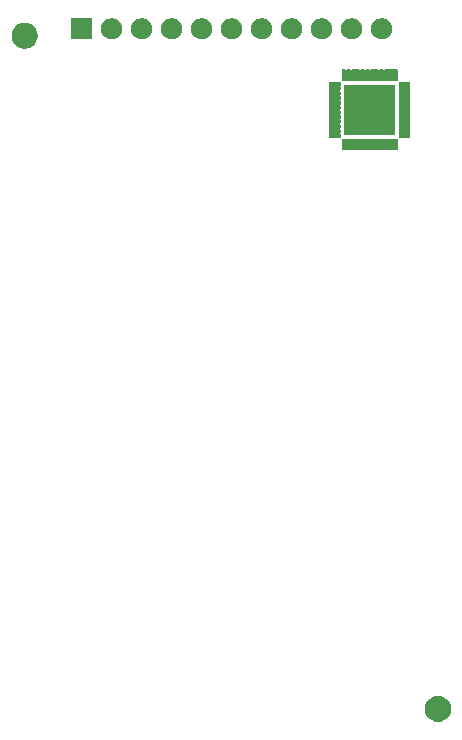
<source format=gts>
G04 #@! TF.GenerationSoftware,KiCad,Pcbnew,(5.1.5)-3*
G04 #@! TF.CreationDate,2020-02-15T19:10:21-08:00*
G04 #@! TF.ProjectId,IS31FL3733-dev,49533331-464c-4333-9733-332d6465762e,0.1*
G04 #@! TF.SameCoordinates,Original*
G04 #@! TF.FileFunction,Soldermask,Top*
G04 #@! TF.FilePolarity,Negative*
%FSLAX46Y46*%
G04 Gerber Fmt 4.6, Leading zero omitted, Abs format (unit mm)*
G04 Created by KiCad (PCBNEW (5.1.5)-3) date 2020-02-15 19:10:21*
%MOMM*%
%LPD*%
G04 APERTURE LIST*
%ADD10C,0.100000*%
G04 APERTURE END LIST*
D10*
G36*
X166694795Y-125720156D02*
G01*
X166801150Y-125741311D01*
X166901334Y-125782809D01*
X167001520Y-125824307D01*
X167181844Y-125944795D01*
X167335205Y-126098156D01*
X167455693Y-126278480D01*
X167538689Y-126478851D01*
X167581000Y-126691560D01*
X167581000Y-126908440D01*
X167538689Y-127121149D01*
X167455693Y-127321520D01*
X167335205Y-127501844D01*
X167181844Y-127655205D01*
X167001520Y-127775693D01*
X166801150Y-127858689D01*
X166694794Y-127879845D01*
X166588440Y-127901000D01*
X166371560Y-127901000D01*
X166265206Y-127879845D01*
X166158850Y-127858689D01*
X165958480Y-127775693D01*
X165778156Y-127655205D01*
X165624795Y-127501844D01*
X165504307Y-127321520D01*
X165421311Y-127121149D01*
X165379000Y-126908440D01*
X165379000Y-126691560D01*
X165421311Y-126478851D01*
X165504307Y-126278480D01*
X165624795Y-126098156D01*
X165778156Y-125944795D01*
X165958480Y-125824307D01*
X166058666Y-125782809D01*
X166158850Y-125741311D01*
X166265205Y-125720156D01*
X166371560Y-125699000D01*
X166588440Y-125699000D01*
X166694795Y-125720156D01*
G37*
G36*
X158640416Y-78574843D02*
G01*
X158644556Y-78576099D01*
X158663716Y-78584035D01*
X158687750Y-78588815D01*
X158712254Y-78588815D01*
X158736287Y-78584034D01*
X158755445Y-78576099D01*
X158759584Y-78574843D01*
X158768143Y-78574000D01*
X159031857Y-78574000D01*
X159040416Y-78574843D01*
X159044556Y-78576099D01*
X159063716Y-78584035D01*
X159087750Y-78588815D01*
X159112254Y-78588815D01*
X159136287Y-78584034D01*
X159155445Y-78576099D01*
X159159584Y-78574843D01*
X159168143Y-78574000D01*
X159431857Y-78574000D01*
X159440416Y-78574843D01*
X159444556Y-78576099D01*
X159463716Y-78584035D01*
X159487750Y-78588815D01*
X159512254Y-78588815D01*
X159536287Y-78584034D01*
X159555445Y-78576099D01*
X159559584Y-78574843D01*
X159568143Y-78574000D01*
X159831857Y-78574000D01*
X159840416Y-78574843D01*
X159844556Y-78576099D01*
X159863716Y-78584035D01*
X159887750Y-78588815D01*
X159912254Y-78588815D01*
X159936287Y-78584034D01*
X159955445Y-78576099D01*
X159959584Y-78574843D01*
X159968143Y-78574000D01*
X160231857Y-78574000D01*
X160240416Y-78574843D01*
X160244556Y-78576099D01*
X160263716Y-78584035D01*
X160287750Y-78588815D01*
X160312254Y-78588815D01*
X160336287Y-78584034D01*
X160355445Y-78576099D01*
X160359584Y-78574843D01*
X160368143Y-78574000D01*
X160631857Y-78574000D01*
X160640416Y-78574843D01*
X160644556Y-78576099D01*
X160663716Y-78584035D01*
X160687750Y-78588815D01*
X160712254Y-78588815D01*
X160736287Y-78584034D01*
X160755445Y-78576099D01*
X160759584Y-78574843D01*
X160768143Y-78574000D01*
X161031857Y-78574000D01*
X161040416Y-78574843D01*
X161044556Y-78576099D01*
X161063716Y-78584035D01*
X161087750Y-78588815D01*
X161112254Y-78588815D01*
X161136287Y-78584034D01*
X161155445Y-78576099D01*
X161159584Y-78574843D01*
X161168143Y-78574000D01*
X161431857Y-78574000D01*
X161440416Y-78574843D01*
X161444556Y-78576099D01*
X161463716Y-78584035D01*
X161487750Y-78588815D01*
X161512254Y-78588815D01*
X161536287Y-78584034D01*
X161555445Y-78576099D01*
X161559584Y-78574843D01*
X161568143Y-78574000D01*
X161831857Y-78574000D01*
X161840416Y-78574843D01*
X161844556Y-78576099D01*
X161863716Y-78584035D01*
X161887750Y-78588815D01*
X161912254Y-78588815D01*
X161936287Y-78584034D01*
X161955445Y-78576099D01*
X161959584Y-78574843D01*
X161968143Y-78574000D01*
X162231857Y-78574000D01*
X162240416Y-78574843D01*
X162244556Y-78576099D01*
X162263716Y-78584035D01*
X162287750Y-78588815D01*
X162312254Y-78588815D01*
X162336287Y-78584034D01*
X162355445Y-78576099D01*
X162359584Y-78574843D01*
X162368143Y-78574000D01*
X162631857Y-78574000D01*
X162640416Y-78574843D01*
X162644556Y-78576099D01*
X162663716Y-78584035D01*
X162687750Y-78588815D01*
X162712254Y-78588815D01*
X162736287Y-78584034D01*
X162755445Y-78576099D01*
X162759584Y-78574843D01*
X162768143Y-78574000D01*
X163031859Y-78574000D01*
X163037950Y-78574600D01*
X163050400Y-78574600D01*
X163050400Y-78587050D01*
X163051000Y-78593141D01*
X163051000Y-79506857D01*
X163050157Y-79515416D01*
X163049450Y-79517745D01*
X163048305Y-79519887D01*
X163046765Y-79521765D01*
X163044887Y-79523305D01*
X163042745Y-79524450D01*
X163040416Y-79525157D01*
X163031857Y-79526000D01*
X162768143Y-79526000D01*
X162759584Y-79525157D01*
X162755444Y-79523901D01*
X162736284Y-79515965D01*
X162712250Y-79511185D01*
X162687746Y-79511185D01*
X162663713Y-79515966D01*
X162644555Y-79523901D01*
X162640416Y-79525157D01*
X162631857Y-79526000D01*
X162368143Y-79526000D01*
X162359584Y-79525157D01*
X162355444Y-79523901D01*
X162336284Y-79515965D01*
X162312250Y-79511185D01*
X162287746Y-79511185D01*
X162263713Y-79515966D01*
X162244555Y-79523901D01*
X162240416Y-79525157D01*
X162231857Y-79526000D01*
X161968143Y-79526000D01*
X161959584Y-79525157D01*
X161955444Y-79523901D01*
X161936284Y-79515965D01*
X161912250Y-79511185D01*
X161887746Y-79511185D01*
X161863713Y-79515966D01*
X161844555Y-79523901D01*
X161840416Y-79525157D01*
X161831857Y-79526000D01*
X161568143Y-79526000D01*
X161559584Y-79525157D01*
X161555444Y-79523901D01*
X161536284Y-79515965D01*
X161512250Y-79511185D01*
X161487746Y-79511185D01*
X161463713Y-79515966D01*
X161444555Y-79523901D01*
X161440416Y-79525157D01*
X161431857Y-79526000D01*
X161168143Y-79526000D01*
X161159584Y-79525157D01*
X161155444Y-79523901D01*
X161136284Y-79515965D01*
X161112250Y-79511185D01*
X161087746Y-79511185D01*
X161063713Y-79515966D01*
X161044555Y-79523901D01*
X161040416Y-79525157D01*
X161031857Y-79526000D01*
X160768143Y-79526000D01*
X160759584Y-79525157D01*
X160755444Y-79523901D01*
X160736284Y-79515965D01*
X160712250Y-79511185D01*
X160687746Y-79511185D01*
X160663713Y-79515966D01*
X160644555Y-79523901D01*
X160640416Y-79525157D01*
X160631857Y-79526000D01*
X160368143Y-79526000D01*
X160359584Y-79525157D01*
X160355444Y-79523901D01*
X160336284Y-79515965D01*
X160312250Y-79511185D01*
X160287746Y-79511185D01*
X160263713Y-79515966D01*
X160244555Y-79523901D01*
X160240416Y-79525157D01*
X160231857Y-79526000D01*
X159968143Y-79526000D01*
X159959584Y-79525157D01*
X159955444Y-79523901D01*
X159936284Y-79515965D01*
X159912250Y-79511185D01*
X159887746Y-79511185D01*
X159863713Y-79515966D01*
X159844555Y-79523901D01*
X159840416Y-79525157D01*
X159831857Y-79526000D01*
X159568143Y-79526000D01*
X159559584Y-79525157D01*
X159555444Y-79523901D01*
X159536284Y-79515965D01*
X159512250Y-79511185D01*
X159487746Y-79511185D01*
X159463713Y-79515966D01*
X159444555Y-79523901D01*
X159440416Y-79525157D01*
X159431857Y-79526000D01*
X159168143Y-79526000D01*
X159159584Y-79525157D01*
X159155444Y-79523901D01*
X159136284Y-79515965D01*
X159112250Y-79511185D01*
X159087746Y-79511185D01*
X159063713Y-79515966D01*
X159044555Y-79523901D01*
X159040416Y-79525157D01*
X159031857Y-79526000D01*
X158768143Y-79526000D01*
X158759584Y-79525157D01*
X158755444Y-79523901D01*
X158736284Y-79515965D01*
X158712250Y-79511185D01*
X158687746Y-79511185D01*
X158663713Y-79515966D01*
X158644555Y-79523901D01*
X158640416Y-79525157D01*
X158631857Y-79526000D01*
X158368143Y-79526000D01*
X158359584Y-79525157D01*
X158357255Y-79524450D01*
X158355113Y-79523305D01*
X158353235Y-79521765D01*
X158351695Y-79519887D01*
X158350550Y-79517745D01*
X158349843Y-79515416D01*
X158349000Y-79506857D01*
X158349000Y-78593141D01*
X158349600Y-78587050D01*
X158349600Y-78574600D01*
X158362050Y-78574600D01*
X158368141Y-78574000D01*
X158631857Y-78574000D01*
X158640416Y-78574843D01*
G37*
G36*
X158212950Y-73749600D02*
G01*
X158225400Y-73749600D01*
X158225400Y-73762050D01*
X158226000Y-73768141D01*
X158226000Y-74031857D01*
X158225157Y-74040416D01*
X158223901Y-74044556D01*
X158215965Y-74063716D01*
X158211185Y-74087750D01*
X158211185Y-74112254D01*
X158215966Y-74136287D01*
X158223901Y-74155445D01*
X158225157Y-74159584D01*
X158226000Y-74168143D01*
X158226000Y-74431857D01*
X158225157Y-74440416D01*
X158223901Y-74444556D01*
X158215965Y-74463716D01*
X158211185Y-74487750D01*
X158211185Y-74512254D01*
X158215966Y-74536287D01*
X158223901Y-74555445D01*
X158225157Y-74559584D01*
X158226000Y-74568143D01*
X158226000Y-74831857D01*
X158225157Y-74840416D01*
X158223901Y-74844556D01*
X158215965Y-74863716D01*
X158211185Y-74887750D01*
X158211185Y-74912254D01*
X158215966Y-74936287D01*
X158223901Y-74955445D01*
X158225157Y-74959584D01*
X158226000Y-74968143D01*
X158226000Y-75231857D01*
X158225157Y-75240416D01*
X158223901Y-75244556D01*
X158215965Y-75263716D01*
X158211185Y-75287750D01*
X158211185Y-75312254D01*
X158215966Y-75336287D01*
X158223901Y-75355445D01*
X158225157Y-75359584D01*
X158226000Y-75368143D01*
X158226000Y-75631857D01*
X158225157Y-75640416D01*
X158223901Y-75644556D01*
X158215965Y-75663716D01*
X158211185Y-75687750D01*
X158211185Y-75712254D01*
X158215966Y-75736287D01*
X158223901Y-75755445D01*
X158225157Y-75759584D01*
X158226000Y-75768143D01*
X158226000Y-76031857D01*
X158225157Y-76040416D01*
X158223901Y-76044556D01*
X158215965Y-76063716D01*
X158211185Y-76087750D01*
X158211185Y-76112254D01*
X158215966Y-76136287D01*
X158223901Y-76155445D01*
X158225157Y-76159584D01*
X158226000Y-76168143D01*
X158226000Y-76431857D01*
X158225157Y-76440416D01*
X158223901Y-76444556D01*
X158215965Y-76463716D01*
X158211185Y-76487750D01*
X158211185Y-76512254D01*
X158215966Y-76536287D01*
X158223901Y-76555445D01*
X158225157Y-76559584D01*
X158226000Y-76568143D01*
X158226000Y-76831857D01*
X158225157Y-76840416D01*
X158223901Y-76844556D01*
X158215965Y-76863716D01*
X158211185Y-76887750D01*
X158211185Y-76912254D01*
X158215966Y-76936287D01*
X158223901Y-76955445D01*
X158225157Y-76959584D01*
X158226000Y-76968143D01*
X158226000Y-77231857D01*
X158225157Y-77240416D01*
X158223901Y-77244556D01*
X158215965Y-77263716D01*
X158211185Y-77287750D01*
X158211185Y-77312254D01*
X158215966Y-77336287D01*
X158223901Y-77355445D01*
X158225157Y-77359584D01*
X158226000Y-77368143D01*
X158226000Y-77631857D01*
X158225157Y-77640416D01*
X158223901Y-77644556D01*
X158215965Y-77663716D01*
X158211185Y-77687750D01*
X158211185Y-77712254D01*
X158215966Y-77736287D01*
X158223901Y-77755445D01*
X158225157Y-77759584D01*
X158226000Y-77768143D01*
X158226000Y-78031857D01*
X158225157Y-78040416D01*
X158223901Y-78044556D01*
X158215965Y-78063716D01*
X158211185Y-78087750D01*
X158211185Y-78112254D01*
X158215966Y-78136287D01*
X158223901Y-78155445D01*
X158225157Y-78159584D01*
X158226000Y-78168143D01*
X158226000Y-78431859D01*
X158225400Y-78437950D01*
X158225400Y-78450400D01*
X158212950Y-78450400D01*
X158206859Y-78451000D01*
X157293143Y-78451000D01*
X157284584Y-78450157D01*
X157282255Y-78449450D01*
X157280113Y-78448305D01*
X157278235Y-78446765D01*
X157276695Y-78444887D01*
X157275550Y-78442745D01*
X157274843Y-78440416D01*
X157274000Y-78431857D01*
X157274000Y-78168143D01*
X157274843Y-78159584D01*
X157276099Y-78155444D01*
X157284035Y-78136284D01*
X157288815Y-78112250D01*
X157288815Y-78087746D01*
X157284034Y-78063713D01*
X157276099Y-78044555D01*
X157274843Y-78040416D01*
X157274000Y-78031857D01*
X157274000Y-77768143D01*
X157274843Y-77759584D01*
X157276099Y-77755444D01*
X157284035Y-77736284D01*
X157288815Y-77712250D01*
X157288815Y-77687746D01*
X157284034Y-77663713D01*
X157276099Y-77644555D01*
X157274843Y-77640416D01*
X157274000Y-77631857D01*
X157274000Y-77368143D01*
X157274843Y-77359584D01*
X157276099Y-77355444D01*
X157284035Y-77336284D01*
X157288815Y-77312250D01*
X157288815Y-77287746D01*
X157284034Y-77263713D01*
X157276099Y-77244555D01*
X157274843Y-77240416D01*
X157274000Y-77231857D01*
X157274000Y-76968143D01*
X157274843Y-76959584D01*
X157276099Y-76955444D01*
X157284035Y-76936284D01*
X157288815Y-76912250D01*
X157288815Y-76887746D01*
X157284034Y-76863713D01*
X157276099Y-76844555D01*
X157274843Y-76840416D01*
X157274000Y-76831857D01*
X157274000Y-76568143D01*
X157274843Y-76559584D01*
X157276099Y-76555444D01*
X157284035Y-76536284D01*
X157288815Y-76512250D01*
X157288815Y-76487746D01*
X157284034Y-76463713D01*
X157276099Y-76444555D01*
X157274843Y-76440416D01*
X157274000Y-76431857D01*
X157274000Y-76168143D01*
X157274843Y-76159584D01*
X157276099Y-76155444D01*
X157284035Y-76136284D01*
X157288815Y-76112250D01*
X157288815Y-76087746D01*
X157284034Y-76063713D01*
X157276099Y-76044555D01*
X157274843Y-76040416D01*
X157274000Y-76031857D01*
X157274000Y-75768143D01*
X157274843Y-75759584D01*
X157276099Y-75755444D01*
X157284035Y-75736284D01*
X157288815Y-75712250D01*
X157288815Y-75687746D01*
X157284034Y-75663713D01*
X157276099Y-75644555D01*
X157274843Y-75640416D01*
X157274000Y-75631857D01*
X157274000Y-75368143D01*
X157274843Y-75359584D01*
X157276099Y-75355444D01*
X157284035Y-75336284D01*
X157288815Y-75312250D01*
X157288815Y-75287746D01*
X157284034Y-75263713D01*
X157276099Y-75244555D01*
X157274843Y-75240416D01*
X157274000Y-75231857D01*
X157274000Y-74968143D01*
X157274843Y-74959584D01*
X157276099Y-74955444D01*
X157284035Y-74936284D01*
X157288815Y-74912250D01*
X157288815Y-74887746D01*
X157284034Y-74863713D01*
X157276099Y-74844555D01*
X157274843Y-74840416D01*
X157274000Y-74831857D01*
X157274000Y-74568143D01*
X157274843Y-74559584D01*
X157276099Y-74555444D01*
X157284035Y-74536284D01*
X157288815Y-74512250D01*
X157288815Y-74487746D01*
X157284034Y-74463713D01*
X157276099Y-74444555D01*
X157274843Y-74440416D01*
X157274000Y-74431857D01*
X157274000Y-74168143D01*
X157274843Y-74159584D01*
X157276099Y-74155444D01*
X157284035Y-74136284D01*
X157288815Y-74112250D01*
X157288815Y-74087746D01*
X157284034Y-74063713D01*
X157276099Y-74044555D01*
X157274843Y-74040416D01*
X157274000Y-74031857D01*
X157274000Y-73768143D01*
X157274843Y-73759584D01*
X157275550Y-73757255D01*
X157276695Y-73755113D01*
X157278235Y-73753235D01*
X157280113Y-73751695D01*
X157282255Y-73750550D01*
X157284584Y-73749843D01*
X157293143Y-73749000D01*
X158206859Y-73749000D01*
X158212950Y-73749600D01*
G37*
G36*
X164115416Y-73749843D02*
G01*
X164117745Y-73750550D01*
X164119887Y-73751695D01*
X164121765Y-73753235D01*
X164123305Y-73755113D01*
X164124450Y-73757255D01*
X164125157Y-73759584D01*
X164126000Y-73768143D01*
X164126000Y-74031857D01*
X164125157Y-74040416D01*
X164123901Y-74044556D01*
X164115965Y-74063716D01*
X164111185Y-74087750D01*
X164111185Y-74112254D01*
X164115966Y-74136287D01*
X164123901Y-74155445D01*
X164125157Y-74159584D01*
X164126000Y-74168143D01*
X164126000Y-74431857D01*
X164125157Y-74440416D01*
X164123901Y-74444556D01*
X164115965Y-74463716D01*
X164111185Y-74487750D01*
X164111185Y-74512254D01*
X164115966Y-74536287D01*
X164123901Y-74555445D01*
X164125157Y-74559584D01*
X164126000Y-74568143D01*
X164126000Y-74831857D01*
X164125157Y-74840416D01*
X164123901Y-74844556D01*
X164115965Y-74863716D01*
X164111185Y-74887750D01*
X164111185Y-74912254D01*
X164115966Y-74936287D01*
X164123901Y-74955445D01*
X164125157Y-74959584D01*
X164126000Y-74968143D01*
X164126000Y-75231857D01*
X164125157Y-75240416D01*
X164123901Y-75244556D01*
X164115965Y-75263716D01*
X164111185Y-75287750D01*
X164111185Y-75312254D01*
X164115966Y-75336287D01*
X164123901Y-75355445D01*
X164125157Y-75359584D01*
X164126000Y-75368143D01*
X164126000Y-75631857D01*
X164125157Y-75640416D01*
X164123901Y-75644556D01*
X164115965Y-75663716D01*
X164111185Y-75687750D01*
X164111185Y-75712254D01*
X164115966Y-75736287D01*
X164123901Y-75755445D01*
X164125157Y-75759584D01*
X164126000Y-75768143D01*
X164126000Y-76031857D01*
X164125157Y-76040416D01*
X164123901Y-76044556D01*
X164115965Y-76063716D01*
X164111185Y-76087750D01*
X164111185Y-76112254D01*
X164115966Y-76136287D01*
X164123901Y-76155445D01*
X164125157Y-76159584D01*
X164126000Y-76168143D01*
X164126000Y-76431857D01*
X164125157Y-76440416D01*
X164123901Y-76444556D01*
X164115965Y-76463716D01*
X164111185Y-76487750D01*
X164111185Y-76512254D01*
X164115966Y-76536287D01*
X164123901Y-76555445D01*
X164125157Y-76559584D01*
X164126000Y-76568143D01*
X164126000Y-76831857D01*
X164125157Y-76840416D01*
X164123901Y-76844556D01*
X164115965Y-76863716D01*
X164111185Y-76887750D01*
X164111185Y-76912254D01*
X164115966Y-76936287D01*
X164123901Y-76955445D01*
X164125157Y-76959584D01*
X164126000Y-76968143D01*
X164126000Y-77231857D01*
X164125157Y-77240416D01*
X164123901Y-77244556D01*
X164115965Y-77263716D01*
X164111185Y-77287750D01*
X164111185Y-77312254D01*
X164115966Y-77336287D01*
X164123901Y-77355445D01*
X164125157Y-77359584D01*
X164126000Y-77368143D01*
X164126000Y-77631857D01*
X164125157Y-77640416D01*
X164123901Y-77644556D01*
X164115965Y-77663716D01*
X164111185Y-77687750D01*
X164111185Y-77712254D01*
X164115966Y-77736287D01*
X164123901Y-77755445D01*
X164125157Y-77759584D01*
X164126000Y-77768143D01*
X164126000Y-78031857D01*
X164125157Y-78040416D01*
X164123901Y-78044556D01*
X164115965Y-78063716D01*
X164111185Y-78087750D01*
X164111185Y-78112254D01*
X164115966Y-78136287D01*
X164123901Y-78155445D01*
X164125157Y-78159584D01*
X164126000Y-78168143D01*
X164126000Y-78431857D01*
X164125157Y-78440416D01*
X164124450Y-78442745D01*
X164123305Y-78444887D01*
X164121765Y-78446765D01*
X164119887Y-78448305D01*
X164117745Y-78449450D01*
X164115416Y-78450157D01*
X164106857Y-78451000D01*
X163193141Y-78451000D01*
X163187050Y-78450400D01*
X163174600Y-78450400D01*
X163174600Y-78437950D01*
X163174000Y-78431859D01*
X163174000Y-78168143D01*
X163174843Y-78159584D01*
X163176099Y-78155444D01*
X163184035Y-78136284D01*
X163188815Y-78112250D01*
X163188815Y-78087746D01*
X163184034Y-78063713D01*
X163176099Y-78044555D01*
X163174843Y-78040416D01*
X163174000Y-78031857D01*
X163174000Y-77768143D01*
X163174843Y-77759584D01*
X163176099Y-77755444D01*
X163184035Y-77736284D01*
X163188815Y-77712250D01*
X163188815Y-77687746D01*
X163184034Y-77663713D01*
X163176099Y-77644555D01*
X163174843Y-77640416D01*
X163174000Y-77631857D01*
X163174000Y-77368143D01*
X163174843Y-77359584D01*
X163176099Y-77355444D01*
X163184035Y-77336284D01*
X163188815Y-77312250D01*
X163188815Y-77287746D01*
X163184034Y-77263713D01*
X163176099Y-77244555D01*
X163174843Y-77240416D01*
X163174000Y-77231857D01*
X163174000Y-76968143D01*
X163174843Y-76959584D01*
X163176099Y-76955444D01*
X163184035Y-76936284D01*
X163188815Y-76912250D01*
X163188815Y-76887746D01*
X163184034Y-76863713D01*
X163176099Y-76844555D01*
X163174843Y-76840416D01*
X163174000Y-76831857D01*
X163174000Y-76568143D01*
X163174843Y-76559584D01*
X163176099Y-76555444D01*
X163184035Y-76536284D01*
X163188815Y-76512250D01*
X163188815Y-76487746D01*
X163184034Y-76463713D01*
X163176099Y-76444555D01*
X163174843Y-76440416D01*
X163174000Y-76431857D01*
X163174000Y-76168143D01*
X163174843Y-76159584D01*
X163176099Y-76155444D01*
X163184035Y-76136284D01*
X163188815Y-76112250D01*
X163188815Y-76087746D01*
X163184034Y-76063713D01*
X163176099Y-76044555D01*
X163174843Y-76040416D01*
X163174000Y-76031857D01*
X163174000Y-75768143D01*
X163174843Y-75759584D01*
X163176099Y-75755444D01*
X163184035Y-75736284D01*
X163188815Y-75712250D01*
X163188815Y-75687746D01*
X163184034Y-75663713D01*
X163176099Y-75644555D01*
X163174843Y-75640416D01*
X163174000Y-75631857D01*
X163174000Y-75368143D01*
X163174843Y-75359584D01*
X163176099Y-75355444D01*
X163184035Y-75336284D01*
X163188815Y-75312250D01*
X163188815Y-75287746D01*
X163184034Y-75263713D01*
X163176099Y-75244555D01*
X163174843Y-75240416D01*
X163174000Y-75231857D01*
X163174000Y-74968143D01*
X163174843Y-74959584D01*
X163176099Y-74955444D01*
X163184035Y-74936284D01*
X163188815Y-74912250D01*
X163188815Y-74887746D01*
X163184034Y-74863713D01*
X163176099Y-74844555D01*
X163174843Y-74840416D01*
X163174000Y-74831857D01*
X163174000Y-74568143D01*
X163174843Y-74559584D01*
X163176099Y-74555444D01*
X163184035Y-74536284D01*
X163188815Y-74512250D01*
X163188815Y-74487746D01*
X163184034Y-74463713D01*
X163176099Y-74444555D01*
X163174843Y-74440416D01*
X163174000Y-74431857D01*
X163174000Y-74168143D01*
X163174843Y-74159584D01*
X163176099Y-74155444D01*
X163184035Y-74136284D01*
X163188815Y-74112250D01*
X163188815Y-74087746D01*
X163184034Y-74063713D01*
X163176099Y-74044555D01*
X163174843Y-74040416D01*
X163174000Y-74031857D01*
X163174000Y-73768141D01*
X163174600Y-73762050D01*
X163174600Y-73749600D01*
X163187050Y-73749600D01*
X163193141Y-73749000D01*
X164106857Y-73749000D01*
X164115416Y-73749843D01*
G37*
G36*
X162851000Y-78251000D02*
G01*
X158549000Y-78251000D01*
X158549000Y-73949000D01*
X162851000Y-73949000D01*
X162851000Y-78251000D01*
G37*
G36*
X158640416Y-72674843D02*
G01*
X158644556Y-72676099D01*
X158663716Y-72684035D01*
X158687750Y-72688815D01*
X158712254Y-72688815D01*
X158736287Y-72684034D01*
X158755445Y-72676099D01*
X158759584Y-72674843D01*
X158768143Y-72674000D01*
X159031857Y-72674000D01*
X159040416Y-72674843D01*
X159044556Y-72676099D01*
X159063716Y-72684035D01*
X159087750Y-72688815D01*
X159112254Y-72688815D01*
X159136287Y-72684034D01*
X159155445Y-72676099D01*
X159159584Y-72674843D01*
X159168143Y-72674000D01*
X159431857Y-72674000D01*
X159440416Y-72674843D01*
X159444556Y-72676099D01*
X159463716Y-72684035D01*
X159487750Y-72688815D01*
X159512254Y-72688815D01*
X159536287Y-72684034D01*
X159555445Y-72676099D01*
X159559584Y-72674843D01*
X159568143Y-72674000D01*
X159831857Y-72674000D01*
X159840416Y-72674843D01*
X159844556Y-72676099D01*
X159863716Y-72684035D01*
X159887750Y-72688815D01*
X159912254Y-72688815D01*
X159936287Y-72684034D01*
X159955445Y-72676099D01*
X159959584Y-72674843D01*
X159968143Y-72674000D01*
X160231857Y-72674000D01*
X160240416Y-72674843D01*
X160244556Y-72676099D01*
X160263716Y-72684035D01*
X160287750Y-72688815D01*
X160312254Y-72688815D01*
X160336287Y-72684034D01*
X160355445Y-72676099D01*
X160359584Y-72674843D01*
X160368143Y-72674000D01*
X160631857Y-72674000D01*
X160640416Y-72674843D01*
X160644556Y-72676099D01*
X160663716Y-72684035D01*
X160687750Y-72688815D01*
X160712254Y-72688815D01*
X160736287Y-72684034D01*
X160755445Y-72676099D01*
X160759584Y-72674843D01*
X160768143Y-72674000D01*
X161031857Y-72674000D01*
X161040416Y-72674843D01*
X161044556Y-72676099D01*
X161063716Y-72684035D01*
X161087750Y-72688815D01*
X161112254Y-72688815D01*
X161136287Y-72684034D01*
X161155445Y-72676099D01*
X161159584Y-72674843D01*
X161168143Y-72674000D01*
X161431857Y-72674000D01*
X161440416Y-72674843D01*
X161444556Y-72676099D01*
X161463716Y-72684035D01*
X161487750Y-72688815D01*
X161512254Y-72688815D01*
X161536287Y-72684034D01*
X161555445Y-72676099D01*
X161559584Y-72674843D01*
X161568143Y-72674000D01*
X161831857Y-72674000D01*
X161840416Y-72674843D01*
X161844556Y-72676099D01*
X161863716Y-72684035D01*
X161887750Y-72688815D01*
X161912254Y-72688815D01*
X161936287Y-72684034D01*
X161955445Y-72676099D01*
X161959584Y-72674843D01*
X161968143Y-72674000D01*
X162231857Y-72674000D01*
X162240416Y-72674843D01*
X162244556Y-72676099D01*
X162263716Y-72684035D01*
X162287750Y-72688815D01*
X162312254Y-72688815D01*
X162336287Y-72684034D01*
X162355445Y-72676099D01*
X162359584Y-72674843D01*
X162368143Y-72674000D01*
X162631857Y-72674000D01*
X162640416Y-72674843D01*
X162644556Y-72676099D01*
X162663716Y-72684035D01*
X162687750Y-72688815D01*
X162712254Y-72688815D01*
X162736287Y-72684034D01*
X162755445Y-72676099D01*
X162759584Y-72674843D01*
X162768143Y-72674000D01*
X163031857Y-72674000D01*
X163040416Y-72674843D01*
X163042745Y-72675550D01*
X163044887Y-72676695D01*
X163046765Y-72678235D01*
X163048305Y-72680113D01*
X163049450Y-72682255D01*
X163050157Y-72684584D01*
X163051000Y-72693143D01*
X163051000Y-73606859D01*
X163050400Y-73612950D01*
X163050400Y-73625400D01*
X163037950Y-73625400D01*
X163031859Y-73626000D01*
X162768143Y-73626000D01*
X162759584Y-73625157D01*
X162755444Y-73623901D01*
X162736284Y-73615965D01*
X162712250Y-73611185D01*
X162687746Y-73611185D01*
X162663713Y-73615966D01*
X162644555Y-73623901D01*
X162640416Y-73625157D01*
X162631857Y-73626000D01*
X162368143Y-73626000D01*
X162359584Y-73625157D01*
X162355444Y-73623901D01*
X162336284Y-73615965D01*
X162312250Y-73611185D01*
X162287746Y-73611185D01*
X162263713Y-73615966D01*
X162244555Y-73623901D01*
X162240416Y-73625157D01*
X162231857Y-73626000D01*
X161968143Y-73626000D01*
X161959584Y-73625157D01*
X161955444Y-73623901D01*
X161936284Y-73615965D01*
X161912250Y-73611185D01*
X161887746Y-73611185D01*
X161863713Y-73615966D01*
X161844555Y-73623901D01*
X161840416Y-73625157D01*
X161831857Y-73626000D01*
X161568143Y-73626000D01*
X161559584Y-73625157D01*
X161555444Y-73623901D01*
X161536284Y-73615965D01*
X161512250Y-73611185D01*
X161487746Y-73611185D01*
X161463713Y-73615966D01*
X161444555Y-73623901D01*
X161440416Y-73625157D01*
X161431857Y-73626000D01*
X161168143Y-73626000D01*
X161159584Y-73625157D01*
X161155444Y-73623901D01*
X161136284Y-73615965D01*
X161112250Y-73611185D01*
X161087746Y-73611185D01*
X161063713Y-73615966D01*
X161044555Y-73623901D01*
X161040416Y-73625157D01*
X161031857Y-73626000D01*
X160768143Y-73626000D01*
X160759584Y-73625157D01*
X160755444Y-73623901D01*
X160736284Y-73615965D01*
X160712250Y-73611185D01*
X160687746Y-73611185D01*
X160663713Y-73615966D01*
X160644555Y-73623901D01*
X160640416Y-73625157D01*
X160631857Y-73626000D01*
X160368143Y-73626000D01*
X160359584Y-73625157D01*
X160355444Y-73623901D01*
X160336284Y-73615965D01*
X160312250Y-73611185D01*
X160287746Y-73611185D01*
X160263713Y-73615966D01*
X160244555Y-73623901D01*
X160240416Y-73625157D01*
X160231857Y-73626000D01*
X159968143Y-73626000D01*
X159959584Y-73625157D01*
X159955444Y-73623901D01*
X159936284Y-73615965D01*
X159912250Y-73611185D01*
X159887746Y-73611185D01*
X159863713Y-73615966D01*
X159844555Y-73623901D01*
X159840416Y-73625157D01*
X159831857Y-73626000D01*
X159568143Y-73626000D01*
X159559584Y-73625157D01*
X159555444Y-73623901D01*
X159536284Y-73615965D01*
X159512250Y-73611185D01*
X159487746Y-73611185D01*
X159463713Y-73615966D01*
X159444555Y-73623901D01*
X159440416Y-73625157D01*
X159431857Y-73626000D01*
X159168143Y-73626000D01*
X159159584Y-73625157D01*
X159155444Y-73623901D01*
X159136284Y-73615965D01*
X159112250Y-73611185D01*
X159087746Y-73611185D01*
X159063713Y-73615966D01*
X159044555Y-73623901D01*
X159040416Y-73625157D01*
X159031857Y-73626000D01*
X158768143Y-73626000D01*
X158759584Y-73625157D01*
X158755444Y-73623901D01*
X158736284Y-73615965D01*
X158712250Y-73611185D01*
X158687746Y-73611185D01*
X158663713Y-73615966D01*
X158644555Y-73623901D01*
X158640416Y-73625157D01*
X158631857Y-73626000D01*
X158368141Y-73626000D01*
X158362050Y-73625400D01*
X158349600Y-73625400D01*
X158349600Y-73612950D01*
X158349000Y-73606859D01*
X158349000Y-72693143D01*
X158349843Y-72684584D01*
X158350550Y-72682255D01*
X158351695Y-72680113D01*
X158353235Y-72678235D01*
X158355113Y-72676695D01*
X158357255Y-72675550D01*
X158359584Y-72674843D01*
X158368143Y-72674000D01*
X158631857Y-72674000D01*
X158640416Y-72674843D01*
G37*
G36*
X131694794Y-68720155D02*
G01*
X131801150Y-68741311D01*
X132001520Y-68824307D01*
X132181844Y-68944795D01*
X132335205Y-69098156D01*
X132455693Y-69278480D01*
X132470299Y-69313742D01*
X132538689Y-69478850D01*
X132559844Y-69585205D01*
X132573088Y-69651782D01*
X132581000Y-69691561D01*
X132581000Y-69908439D01*
X132544612Y-70091375D01*
X132538689Y-70121149D01*
X132455693Y-70321520D01*
X132335205Y-70501844D01*
X132181844Y-70655205D01*
X132001520Y-70775693D01*
X131901334Y-70817191D01*
X131801150Y-70858689D01*
X131694795Y-70879844D01*
X131588440Y-70901000D01*
X131371560Y-70901000D01*
X131265205Y-70879844D01*
X131158850Y-70858689D01*
X131058666Y-70817191D01*
X130958480Y-70775693D01*
X130778156Y-70655205D01*
X130624795Y-70501844D01*
X130504307Y-70321520D01*
X130421311Y-70121149D01*
X130415389Y-70091375D01*
X130379000Y-69908439D01*
X130379000Y-69691561D01*
X130386913Y-69651782D01*
X130400156Y-69585205D01*
X130421311Y-69478850D01*
X130489701Y-69313742D01*
X130504307Y-69278480D01*
X130624795Y-69098156D01*
X130778156Y-68944795D01*
X130958480Y-68824307D01*
X131158850Y-68741311D01*
X131265206Y-68720155D01*
X131371560Y-68699000D01*
X131588440Y-68699000D01*
X131694794Y-68720155D01*
G37*
G36*
X137206000Y-70126000D02*
G01*
X135404000Y-70126000D01*
X135404000Y-68324000D01*
X137206000Y-68324000D01*
X137206000Y-70126000D01*
G37*
G36*
X138958512Y-68328927D02*
G01*
X139107812Y-68358624D01*
X139271784Y-68426544D01*
X139419354Y-68525147D01*
X139544853Y-68650646D01*
X139643456Y-68798216D01*
X139711376Y-68962188D01*
X139746000Y-69136259D01*
X139746000Y-69313741D01*
X139711376Y-69487812D01*
X139643456Y-69651784D01*
X139544853Y-69799354D01*
X139419354Y-69924853D01*
X139271784Y-70023456D01*
X139107812Y-70091376D01*
X138958512Y-70121073D01*
X138933742Y-70126000D01*
X138756258Y-70126000D01*
X138731488Y-70121073D01*
X138582188Y-70091376D01*
X138418216Y-70023456D01*
X138270646Y-69924853D01*
X138145147Y-69799354D01*
X138046544Y-69651784D01*
X137978624Y-69487812D01*
X137944000Y-69313741D01*
X137944000Y-69136259D01*
X137978624Y-68962188D01*
X138046544Y-68798216D01*
X138145147Y-68650646D01*
X138270646Y-68525147D01*
X138418216Y-68426544D01*
X138582188Y-68358624D01*
X138731488Y-68328927D01*
X138756258Y-68324000D01*
X138933742Y-68324000D01*
X138958512Y-68328927D01*
G37*
G36*
X141498512Y-68328927D02*
G01*
X141647812Y-68358624D01*
X141811784Y-68426544D01*
X141959354Y-68525147D01*
X142084853Y-68650646D01*
X142183456Y-68798216D01*
X142251376Y-68962188D01*
X142286000Y-69136259D01*
X142286000Y-69313741D01*
X142251376Y-69487812D01*
X142183456Y-69651784D01*
X142084853Y-69799354D01*
X141959354Y-69924853D01*
X141811784Y-70023456D01*
X141647812Y-70091376D01*
X141498512Y-70121073D01*
X141473742Y-70126000D01*
X141296258Y-70126000D01*
X141271488Y-70121073D01*
X141122188Y-70091376D01*
X140958216Y-70023456D01*
X140810646Y-69924853D01*
X140685147Y-69799354D01*
X140586544Y-69651784D01*
X140518624Y-69487812D01*
X140484000Y-69313741D01*
X140484000Y-69136259D01*
X140518624Y-68962188D01*
X140586544Y-68798216D01*
X140685147Y-68650646D01*
X140810646Y-68525147D01*
X140958216Y-68426544D01*
X141122188Y-68358624D01*
X141271488Y-68328927D01*
X141296258Y-68324000D01*
X141473742Y-68324000D01*
X141498512Y-68328927D01*
G37*
G36*
X144038512Y-68328927D02*
G01*
X144187812Y-68358624D01*
X144351784Y-68426544D01*
X144499354Y-68525147D01*
X144624853Y-68650646D01*
X144723456Y-68798216D01*
X144791376Y-68962188D01*
X144826000Y-69136259D01*
X144826000Y-69313741D01*
X144791376Y-69487812D01*
X144723456Y-69651784D01*
X144624853Y-69799354D01*
X144499354Y-69924853D01*
X144351784Y-70023456D01*
X144187812Y-70091376D01*
X144038512Y-70121073D01*
X144013742Y-70126000D01*
X143836258Y-70126000D01*
X143811488Y-70121073D01*
X143662188Y-70091376D01*
X143498216Y-70023456D01*
X143350646Y-69924853D01*
X143225147Y-69799354D01*
X143126544Y-69651784D01*
X143058624Y-69487812D01*
X143024000Y-69313741D01*
X143024000Y-69136259D01*
X143058624Y-68962188D01*
X143126544Y-68798216D01*
X143225147Y-68650646D01*
X143350646Y-68525147D01*
X143498216Y-68426544D01*
X143662188Y-68358624D01*
X143811488Y-68328927D01*
X143836258Y-68324000D01*
X144013742Y-68324000D01*
X144038512Y-68328927D01*
G37*
G36*
X146578512Y-68328927D02*
G01*
X146727812Y-68358624D01*
X146891784Y-68426544D01*
X147039354Y-68525147D01*
X147164853Y-68650646D01*
X147263456Y-68798216D01*
X147331376Y-68962188D01*
X147366000Y-69136259D01*
X147366000Y-69313741D01*
X147331376Y-69487812D01*
X147263456Y-69651784D01*
X147164853Y-69799354D01*
X147039354Y-69924853D01*
X146891784Y-70023456D01*
X146727812Y-70091376D01*
X146578512Y-70121073D01*
X146553742Y-70126000D01*
X146376258Y-70126000D01*
X146351488Y-70121073D01*
X146202188Y-70091376D01*
X146038216Y-70023456D01*
X145890646Y-69924853D01*
X145765147Y-69799354D01*
X145666544Y-69651784D01*
X145598624Y-69487812D01*
X145564000Y-69313741D01*
X145564000Y-69136259D01*
X145598624Y-68962188D01*
X145666544Y-68798216D01*
X145765147Y-68650646D01*
X145890646Y-68525147D01*
X146038216Y-68426544D01*
X146202188Y-68358624D01*
X146351488Y-68328927D01*
X146376258Y-68324000D01*
X146553742Y-68324000D01*
X146578512Y-68328927D01*
G37*
G36*
X149118512Y-68328927D02*
G01*
X149267812Y-68358624D01*
X149431784Y-68426544D01*
X149579354Y-68525147D01*
X149704853Y-68650646D01*
X149803456Y-68798216D01*
X149871376Y-68962188D01*
X149906000Y-69136259D01*
X149906000Y-69313741D01*
X149871376Y-69487812D01*
X149803456Y-69651784D01*
X149704853Y-69799354D01*
X149579354Y-69924853D01*
X149431784Y-70023456D01*
X149267812Y-70091376D01*
X149118512Y-70121073D01*
X149093742Y-70126000D01*
X148916258Y-70126000D01*
X148891488Y-70121073D01*
X148742188Y-70091376D01*
X148578216Y-70023456D01*
X148430646Y-69924853D01*
X148305147Y-69799354D01*
X148206544Y-69651784D01*
X148138624Y-69487812D01*
X148104000Y-69313741D01*
X148104000Y-69136259D01*
X148138624Y-68962188D01*
X148206544Y-68798216D01*
X148305147Y-68650646D01*
X148430646Y-68525147D01*
X148578216Y-68426544D01*
X148742188Y-68358624D01*
X148891488Y-68328927D01*
X148916258Y-68324000D01*
X149093742Y-68324000D01*
X149118512Y-68328927D01*
G37*
G36*
X151658512Y-68328927D02*
G01*
X151807812Y-68358624D01*
X151971784Y-68426544D01*
X152119354Y-68525147D01*
X152244853Y-68650646D01*
X152343456Y-68798216D01*
X152411376Y-68962188D01*
X152446000Y-69136259D01*
X152446000Y-69313741D01*
X152411376Y-69487812D01*
X152343456Y-69651784D01*
X152244853Y-69799354D01*
X152119354Y-69924853D01*
X151971784Y-70023456D01*
X151807812Y-70091376D01*
X151658512Y-70121073D01*
X151633742Y-70126000D01*
X151456258Y-70126000D01*
X151431488Y-70121073D01*
X151282188Y-70091376D01*
X151118216Y-70023456D01*
X150970646Y-69924853D01*
X150845147Y-69799354D01*
X150746544Y-69651784D01*
X150678624Y-69487812D01*
X150644000Y-69313741D01*
X150644000Y-69136259D01*
X150678624Y-68962188D01*
X150746544Y-68798216D01*
X150845147Y-68650646D01*
X150970646Y-68525147D01*
X151118216Y-68426544D01*
X151282188Y-68358624D01*
X151431488Y-68328927D01*
X151456258Y-68324000D01*
X151633742Y-68324000D01*
X151658512Y-68328927D01*
G37*
G36*
X154198512Y-68328927D02*
G01*
X154347812Y-68358624D01*
X154511784Y-68426544D01*
X154659354Y-68525147D01*
X154784853Y-68650646D01*
X154883456Y-68798216D01*
X154951376Y-68962188D01*
X154986000Y-69136259D01*
X154986000Y-69313741D01*
X154951376Y-69487812D01*
X154883456Y-69651784D01*
X154784853Y-69799354D01*
X154659354Y-69924853D01*
X154511784Y-70023456D01*
X154347812Y-70091376D01*
X154198512Y-70121073D01*
X154173742Y-70126000D01*
X153996258Y-70126000D01*
X153971488Y-70121073D01*
X153822188Y-70091376D01*
X153658216Y-70023456D01*
X153510646Y-69924853D01*
X153385147Y-69799354D01*
X153286544Y-69651784D01*
X153218624Y-69487812D01*
X153184000Y-69313741D01*
X153184000Y-69136259D01*
X153218624Y-68962188D01*
X153286544Y-68798216D01*
X153385147Y-68650646D01*
X153510646Y-68525147D01*
X153658216Y-68426544D01*
X153822188Y-68358624D01*
X153971488Y-68328927D01*
X153996258Y-68324000D01*
X154173742Y-68324000D01*
X154198512Y-68328927D01*
G37*
G36*
X156738512Y-68328927D02*
G01*
X156887812Y-68358624D01*
X157051784Y-68426544D01*
X157199354Y-68525147D01*
X157324853Y-68650646D01*
X157423456Y-68798216D01*
X157491376Y-68962188D01*
X157526000Y-69136259D01*
X157526000Y-69313741D01*
X157491376Y-69487812D01*
X157423456Y-69651784D01*
X157324853Y-69799354D01*
X157199354Y-69924853D01*
X157051784Y-70023456D01*
X156887812Y-70091376D01*
X156738512Y-70121073D01*
X156713742Y-70126000D01*
X156536258Y-70126000D01*
X156511488Y-70121073D01*
X156362188Y-70091376D01*
X156198216Y-70023456D01*
X156050646Y-69924853D01*
X155925147Y-69799354D01*
X155826544Y-69651784D01*
X155758624Y-69487812D01*
X155724000Y-69313741D01*
X155724000Y-69136259D01*
X155758624Y-68962188D01*
X155826544Y-68798216D01*
X155925147Y-68650646D01*
X156050646Y-68525147D01*
X156198216Y-68426544D01*
X156362188Y-68358624D01*
X156511488Y-68328927D01*
X156536258Y-68324000D01*
X156713742Y-68324000D01*
X156738512Y-68328927D01*
G37*
G36*
X159278512Y-68328927D02*
G01*
X159427812Y-68358624D01*
X159591784Y-68426544D01*
X159739354Y-68525147D01*
X159864853Y-68650646D01*
X159963456Y-68798216D01*
X160031376Y-68962188D01*
X160066000Y-69136259D01*
X160066000Y-69313741D01*
X160031376Y-69487812D01*
X159963456Y-69651784D01*
X159864853Y-69799354D01*
X159739354Y-69924853D01*
X159591784Y-70023456D01*
X159427812Y-70091376D01*
X159278512Y-70121073D01*
X159253742Y-70126000D01*
X159076258Y-70126000D01*
X159051488Y-70121073D01*
X158902188Y-70091376D01*
X158738216Y-70023456D01*
X158590646Y-69924853D01*
X158465147Y-69799354D01*
X158366544Y-69651784D01*
X158298624Y-69487812D01*
X158264000Y-69313741D01*
X158264000Y-69136259D01*
X158298624Y-68962188D01*
X158366544Y-68798216D01*
X158465147Y-68650646D01*
X158590646Y-68525147D01*
X158738216Y-68426544D01*
X158902188Y-68358624D01*
X159051488Y-68328927D01*
X159076258Y-68324000D01*
X159253742Y-68324000D01*
X159278512Y-68328927D01*
G37*
G36*
X161818512Y-68328927D02*
G01*
X161967812Y-68358624D01*
X162131784Y-68426544D01*
X162279354Y-68525147D01*
X162404853Y-68650646D01*
X162503456Y-68798216D01*
X162571376Y-68962188D01*
X162606000Y-69136259D01*
X162606000Y-69313741D01*
X162571376Y-69487812D01*
X162503456Y-69651784D01*
X162404853Y-69799354D01*
X162279354Y-69924853D01*
X162131784Y-70023456D01*
X161967812Y-70091376D01*
X161818512Y-70121073D01*
X161793742Y-70126000D01*
X161616258Y-70126000D01*
X161591488Y-70121073D01*
X161442188Y-70091376D01*
X161278216Y-70023456D01*
X161130646Y-69924853D01*
X161005147Y-69799354D01*
X160906544Y-69651784D01*
X160838624Y-69487812D01*
X160804000Y-69313741D01*
X160804000Y-69136259D01*
X160838624Y-68962188D01*
X160906544Y-68798216D01*
X161005147Y-68650646D01*
X161130646Y-68525147D01*
X161278216Y-68426544D01*
X161442188Y-68358624D01*
X161591488Y-68328927D01*
X161616258Y-68324000D01*
X161793742Y-68324000D01*
X161818512Y-68328927D01*
G37*
M02*

</source>
